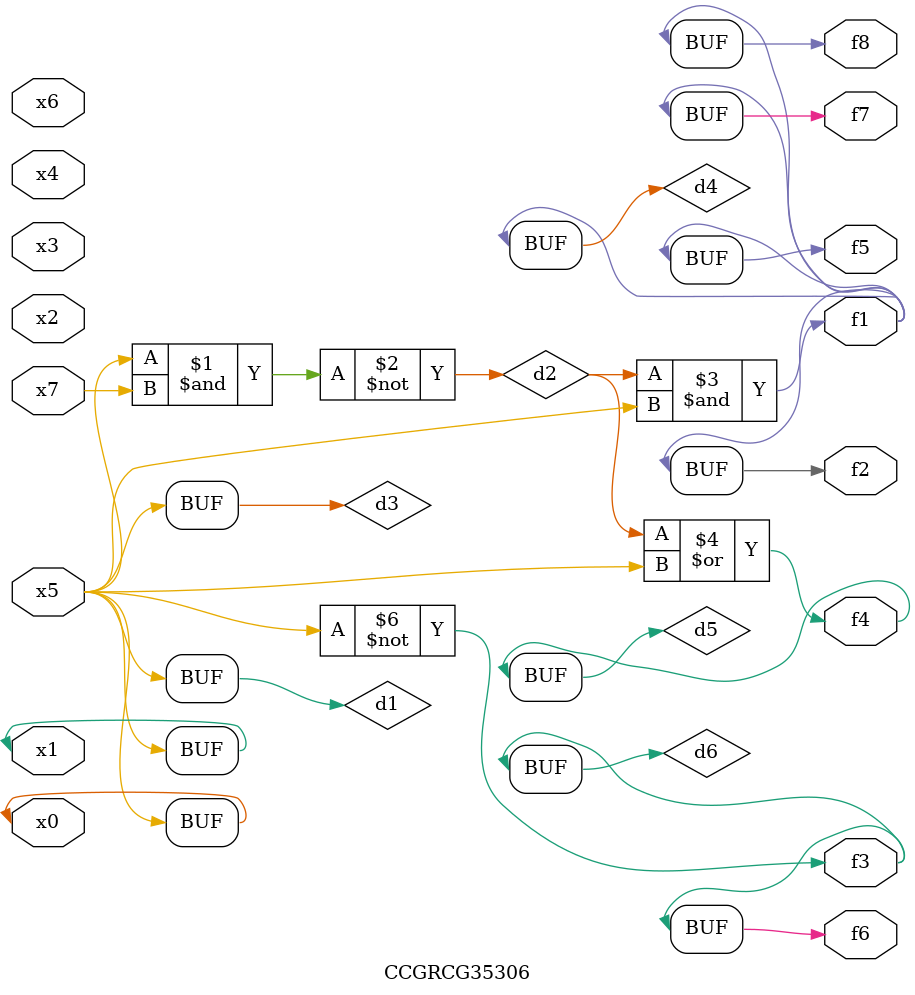
<source format=v>
module CCGRCG35306(
	input x0, x1, x2, x3, x4, x5, x6, x7,
	output f1, f2, f3, f4, f5, f6, f7, f8
);

	wire d1, d2, d3, d4, d5, d6;

	buf (d1, x0, x5);
	nand (d2, x5, x7);
	buf (d3, x0, x1);
	and (d4, d2, d3);
	or (d5, d2, d3);
	nor (d6, d1, d3);
	assign f1 = d4;
	assign f2 = d4;
	assign f3 = d6;
	assign f4 = d5;
	assign f5 = d4;
	assign f6 = d6;
	assign f7 = d4;
	assign f8 = d4;
endmodule

</source>
